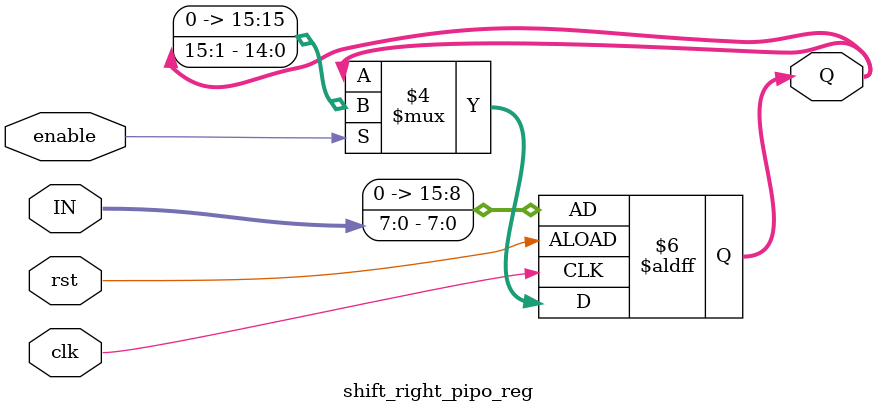
<source format=v>
`timescale 1ns / 1ps


module shift_right_pipo_reg #(parameter N = 8) (
    input [N-1:0] IN,
    output reg [2*N-1:0] Q,
    input clk,
    input enable,
    input rst
    );
    
    always @(posedge rst, posedge clk) 
    begin
        if (rst)
            Q <= IN;
        else
            if (enable)
                Q <= Q >> 1;
            else
                Q <= Q;
    end 
endmodule
</source>
